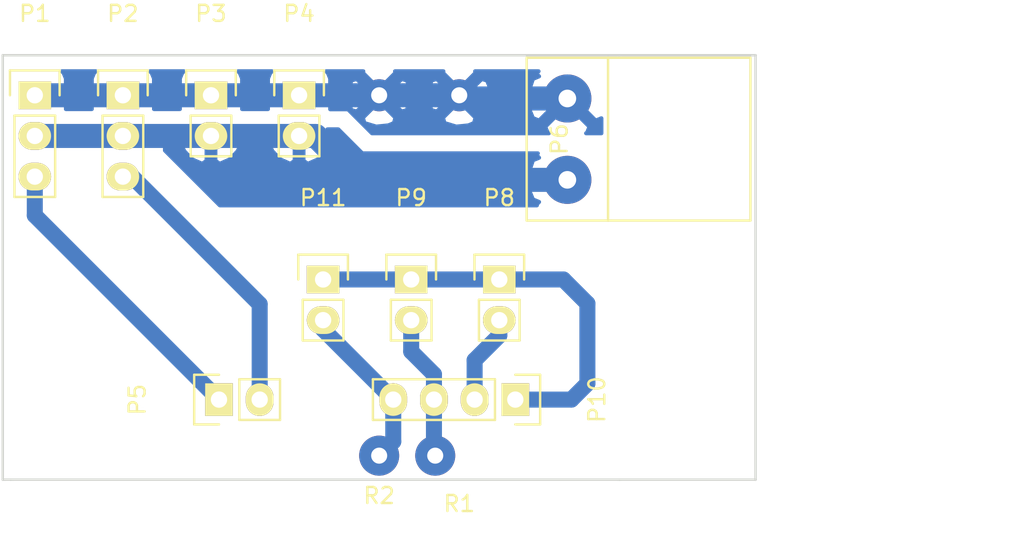
<source format=kicad_pcb>
(kicad_pcb (version 4) (host pcbnew 4.0.4-stable)

  (general
    (links 20)
    (no_connects 0)
    (area 122.752381 69.425 187.936701 104.575)
    (thickness 1.6)
    (drawings 7)
    (tracks 37)
    (zones 0)
    (modules 12)
    (nets 9)
  )

  (page A4)
  (layers
    (0 F.Cu signal)
    (31 B.Cu signal)
    (32 B.Adhes user)
    (33 F.Adhes user)
    (34 B.Paste user)
    (35 F.Paste user)
    (36 B.SilkS user)
    (37 F.SilkS user)
    (38 B.Mask user)
    (39 F.Mask user)
    (40 Dwgs.User user)
    (41 Cmts.User user)
    (42 Eco1.User user)
    (43 Eco2.User user)
    (44 Edge.Cuts user)
    (45 Margin user)
    (46 B.CrtYd user)
    (47 F.CrtYd user)
    (48 B.Fab user)
    (49 F.Fab user)
  )

  (setup
    (last_trace_width 1)
    (trace_clearance 0.7)
    (zone_clearance 0.8)
    (zone_45_only no)
    (trace_min 0.2)
    (segment_width 0.2)
    (edge_width 0.15)
    (via_size 0.6)
    (via_drill 0.4)
    (via_min_size 0.4)
    (via_min_drill 0.3)
    (uvia_size 0.3)
    (uvia_drill 0.1)
    (uvias_allowed no)
    (uvia_min_size 0.2)
    (uvia_min_drill 0.1)
    (pcb_text_width 0.3)
    (pcb_text_size 1.5 1.5)
    (mod_edge_width 0.15)
    (mod_text_size 1 1)
    (mod_text_width 0.15)
    (pad_size 2 2)
    (pad_drill 1.00076)
    (pad_to_mask_clearance 0.2)
    (aux_axis_origin 123.5 100)
    (visible_elements 7FFFFFFF)
    (pcbplotparams
      (layerselection 0x00000_80000000)
      (usegerberextensions false)
      (excludeedgelayer false)
      (linewidth 0.100000)
      (plotframeref false)
      (viasonmask false)
      (mode 1)
      (useauxorigin true)
      (hpglpennumber 1)
      (hpglpenspeed 20)
      (hpglpendiameter 15)
      (hpglpenoverlay 2)
      (psnegative false)
      (psa4output false)
      (plotreference false)
      (plotvalue false)
      (plotinvisibletext false)
      (padsonsilk false)
      (subtractmaskfromsilk false)
      (outputformat 1)
      (mirror false)
      (drillshape 0)
      (scaleselection 1)
      (outputdirectory ""))
  )

  (net 0 "")
  (net 1 "Net-(P1-Pad3)")
  (net 2 "Net-(P2-Pad3)")
  (net 3 /GND)
  (net 4 /5V)
  (net 5 "Net-(P10-Pad1)")
  (net 6 "Net-(P10-Pad2)")
  (net 7 "Net-(P10-Pad3)")
  (net 8 "Net-(P10-Pad4)")

  (net_class Default "Ceci est la Netclass par défaut"
    (clearance 0.7)
    (trace_width 1)
    (via_dia 0.6)
    (via_drill 0.4)
    (uvia_dia 0.3)
    (uvia_drill 0.1)
    (add_net "Net-(P1-Pad3)")
    (add_net "Net-(P10-Pad1)")
    (add_net "Net-(P10-Pad2)")
    (add_net "Net-(P10-Pad3)")
    (add_net "Net-(P10-Pad4)")
    (add_net "Net-(P2-Pad3)")
  )

  (net_class Puissance ""
    (clearance 0.7)
    (trace_width 1.5)
    (via_dia 0.6)
    (via_drill 0.4)
    (uvia_dia 0.3)
    (uvia_drill 0.1)
    (add_net /5V)
    (add_net /GND)
  )

  (module Wire_Connections_Bridges:WireConnection_1.00mmDrill (layer F.Cu) (tedit 586B976D) (tstamp 582EF8E0)
    (at 173 91)
    (descr "WireConnection with 1mm drill")
    (path /582EF7E3)
    (fp_text reference R1 (at -21 10.5) (layer F.SilkS)
      (effects (font (size 1 1) (thickness 0.15)))
    )
    (fp_text value R (at -22.5 10.5) (layer F.Fab)
      (effects (font (size 1 1) (thickness 0.15)))
    )
    (fp_line (start 14.0716 -3.7592) (end 13.8684 -3.6576) (layer Cmts.User) (width 0.381))
    (fp_line (start 13.8684 -3.6576) (end 13.6398 -3.6576) (layer Cmts.User) (width 0.381))
    (fp_line (start 13.6398 -3.6576) (end 13.4366 -3.7592) (layer Cmts.User) (width 0.381))
    (fp_line (start 13.4366 -3.7592) (end 13.3604 -4.1148) (layer Cmts.User) (width 0.381))
    (fp_line (start 13.3604 -4.1148) (end 13.3604 -4.572) (layer Cmts.User) (width 0.381))
    (fp_line (start 13.3604 -4.572) (end 13.462 -4.6482) (layer Cmts.User) (width 0.381))
    (fp_line (start 13.462 -4.6482) (end 13.7668 -4.7244) (layer Cmts.User) (width 0.381))
    (fp_line (start 13.7668 -4.7244) (end 13.9954 -4.6736) (layer Cmts.User) (width 0.381))
    (fp_line (start 13.9954 -4.6736) (end 14.0462 -4.318) (layer Cmts.User) (width 0.381))
    (fp_line (start 14.0462 -4.318) (end 13.4366 -4.191) (layer Cmts.User) (width 0.381))
    (fp_line (start 13.4366 -4.191) (end 13.4366 -4.2418) (layer Cmts.User) (width 0.381))
    (fp_line (start 12.7508 -3.7084) (end 12.4206 -3.7084) (layer Cmts.User) (width 0.381))
    (fp_line (start 12.4206 -3.7084) (end 12.2174 -3.7084) (layer Cmts.User) (width 0.381))
    (fp_line (start 12.2174 -3.7084) (end 12.0396 -3.8608) (layer Cmts.User) (width 0.381))
    (fp_line (start 12.0396 -3.8608) (end 12.0396 -4.2418) (layer Cmts.User) (width 0.381))
    (fp_line (start 12.0396 -4.2418) (end 12.1412 -4.572) (layer Cmts.User) (width 0.381))
    (fp_line (start 12.1412 -4.572) (end 12.2936 -4.6482) (layer Cmts.User) (width 0.381))
    (fp_line (start 12.2936 -4.6482) (end 12.573 -4.6482) (layer Cmts.User) (width 0.381))
    (fp_line (start 12.573 -4.6482) (end 12.7508 -4.572) (layer Cmts.User) (width 0.381))
    (fp_line (start 12.7508 -4.572) (end 12.7762 -4.2672) (layer Cmts.User) (width 0.381))
    (fp_line (start 12.7762 -4.2672) (end 12.1412 -4.2418) (layer Cmts.User) (width 0.381))
    (fp_line (start 11.2268 -4.5212) (end 11.6078 -4.6736) (layer Cmts.User) (width 0.381))
    (fp_line (start 11.6078 -4.6736) (end 11.6332 -4.6736) (layer Cmts.User) (width 0.381))
    (fp_line (start 11.2014 -4.7244) (end 11.2014 -3.6576) (layer Cmts.User) (width 0.381))
    (fp_line (start 9.9822 -4.6736) (end 10.668 -4.7244) (layer Cmts.User) (width 0.381))
    (fp_line (start 10.7188 -5.207) (end 10.541 -5.207) (layer Cmts.User) (width 0.381))
    (fp_line (start 10.541 -5.207) (end 10.3886 -5.08) (layer Cmts.User) (width 0.381))
    (fp_line (start 10.3886 -5.08) (end 10.3378 -3.7084) (layer Cmts.User) (width 0.381))
    (fp_line (start 8.4328 -4.5974) (end 8.3058 -4.6736) (layer Cmts.User) (width 0.381))
    (fp_line (start 8.3058 -4.6736) (end 8.0264 -4.6736) (layer Cmts.User) (width 0.381))
    (fp_line (start 8.0264 -4.6736) (end 7.874 -4.445) (layer Cmts.User) (width 0.381))
    (fp_line (start 7.874 -4.445) (end 7.8994 -4.2672) (layer Cmts.User) (width 0.381))
    (fp_line (start 7.8994 -4.2672) (end 8.1788 -4.191) (layer Cmts.User) (width 0.381))
    (fp_line (start 8.1788 -4.191) (end 8.4328 -4.1148) (layer Cmts.User) (width 0.381))
    (fp_line (start 8.4328 -4.1148) (end 8.4836 -3.8354) (layer Cmts.User) (width 0.381))
    (fp_line (start 8.4836 -3.8354) (end 8.2804 -3.6576) (layer Cmts.User) (width 0.381))
    (fp_line (start 8.2804 -3.6576) (end 7.8994 -3.7084) (layer Cmts.User) (width 0.381))
    (fp_line (start 7.1628 -3.6576) (end 6.8072 -3.7592) (layer Cmts.User) (width 0.381))
    (fp_line (start 6.8072 -3.7592) (end 6.604 -3.8354) (layer Cmts.User) (width 0.381))
    (fp_line (start 6.604 -3.8354) (end 6.477 -4.1656) (layer Cmts.User) (width 0.381))
    (fp_line (start 6.477 -4.1656) (end 6.477 -4.4704) (layer Cmts.User) (width 0.381))
    (fp_line (start 6.477 -4.4704) (end 6.6802 -4.6736) (layer Cmts.User) (width 0.381))
    (fp_line (start 6.6802 -4.6736) (end 7.0104 -4.7244) (layer Cmts.User) (width 0.381))
    (fp_line (start 7.2136 -5.207) (end 7.2136 -3.6576) (layer Cmts.User) (width 0.381))
    (fp_line (start 5.715 -3.6576) (end 5.2578 -3.7084) (layer Cmts.User) (width 0.381))
    (fp_line (start 5.2578 -3.7084) (end 5.1054 -3.9116) (layer Cmts.User) (width 0.381))
    (fp_line (start 5.1054 -3.9116) (end 5.1308 -4.191) (layer Cmts.User) (width 0.381))
    (fp_line (start 5.1308 -4.191) (end 5.842 -4.2418) (layer Cmts.User) (width 0.381))
    (fp_line (start 5.1054 -4.572) (end 5.3848 -4.7244) (layer Cmts.User) (width 0.381))
    (fp_line (start 5.3848 -4.7244) (end 5.6388 -4.6482) (layer Cmts.User) (width 0.381))
    (fp_line (start 5.6388 -4.6482) (end 5.7912 -4.4704) (layer Cmts.User) (width 0.381))
    (fp_line (start 5.7912 -4.4704) (end 5.842 -3.6322) (layer Cmts.User) (width 0.381))
    (fp_line (start 3.6068 -3.6576) (end 3.6322 -5.2578) (layer Cmts.User) (width 0.381))
    (fp_line (start 3.6322 -5.2578) (end 4.0894 -5.2578) (layer Cmts.User) (width 0.381))
    (fp_line (start 4.0894 -5.2578) (end 4.3688 -5.1308) (layer Cmts.User) (width 0.381))
    (fp_line (start 4.3688 -5.1308) (end 4.4958 -4.8768) (layer Cmts.User) (width 0.381))
    (fp_line (start 4.4958 -4.8768) (end 4.4958 -4.5974) (layer Cmts.User) (width 0.381))
    (fp_line (start 4.4958 -4.5974) (end 4.3688 -4.3942) (layer Cmts.User) (width 0.381))
    (fp_line (start 4.3688 -4.3942) (end 4.0894 -4.445) (layer Cmts.User) (width 0.381))
    (fp_line (start 4.0894 -4.445) (end 3.6322 -4.445) (layer Cmts.User) (width 0.381))
    (fp_line (start 1.778 -3.7592) (end 1.524 -3.6576) (layer Cmts.User) (width 0.381))
    (fp_line (start 1.524 -3.6576) (end 1.27 -3.7592) (layer Cmts.User) (width 0.381))
    (fp_line (start 1.27 -3.7592) (end 1.1176 -3.9116) (layer Cmts.User) (width 0.381))
    (fp_line (start 1.1176 -3.9116) (end 1.0414 -4.318) (layer Cmts.User) (width 0.381))
    (fp_line (start 1.0414 -4.318) (end 1.1684 -4.572) (layer Cmts.User) (width 0.381))
    (fp_line (start 1.1684 -4.572) (end 1.3716 -4.6736) (layer Cmts.User) (width 0.381))
    (fp_line (start 1.3716 -4.6736) (end 1.651 -4.6482) (layer Cmts.User) (width 0.381))
    (fp_line (start 1.651 -4.6482) (end 1.8034 -4.5212) (layer Cmts.User) (width 0.381))
    (fp_line (start 1.8034 -4.5212) (end 1.8034 -4.318) (layer Cmts.User) (width 0.381))
    (fp_line (start 1.8034 -4.318) (end 1.1684 -4.2418) (layer Cmts.User) (width 0.381))
    (fp_line (start -0.1524 -4.7244) (end 0.3048 -3.6576) (layer Cmts.User) (width 0.381))
    (fp_line (start 0.3048 -3.6576) (end 0.5842 -4.6736) (layer Cmts.User) (width 0.381))
    (fp_line (start 0.5842 -4.6736) (end 0.5588 -4.6736) (layer Cmts.User) (width 0.381))
    (fp_line (start -1.4732 -4.3942) (end -1.4732 -3.9116) (layer Cmts.User) (width 0.381))
    (fp_line (start -1.4732 -3.9116) (end -1.27 -3.7084) (layer Cmts.User) (width 0.381))
    (fp_line (start -1.27 -3.7084) (end -1.0414 -3.6576) (layer Cmts.User) (width 0.381))
    (fp_line (start -1.0414 -3.6576) (end -0.762 -3.7846) (layer Cmts.User) (width 0.381))
    (fp_line (start -0.762 -3.7846) (end -0.6604 -3.9878) (layer Cmts.User) (width 0.381))
    (fp_line (start -0.6604 -3.9878) (end -0.6604 -4.445) (layer Cmts.User) (width 0.381))
    (fp_line (start -0.6604 -4.445) (end -0.8382 -4.6482) (layer Cmts.User) (width 0.381))
    (fp_line (start -0.8382 -4.6482) (end -1.1176 -4.7244) (layer Cmts.User) (width 0.381))
    (fp_line (start -1.1176 -4.7244) (end -1.4478 -4.4704) (layer Cmts.User) (width 0.381))
    (fp_line (start -3.0988 -3.6322) (end -3.0988 -5.2578) (layer Cmts.User) (width 0.381))
    (fp_line (start -3.0988 -5.2578) (end -2.6162 -4.1148) (layer Cmts.User) (width 0.381))
    (fp_line (start -2.6162 -4.1148) (end -2.1336 -5.1816) (layer Cmts.User) (width 0.381))
    (fp_line (start -2.1336 -5.1816) (end -2.1336 -3.6322) (layer Cmts.User) (width 0.381))
    (pad 1 thru_hole circle (at -26 -15) (size 2 2) (drill 1.00076) (layers *.Cu *.Mask)
      (net 3 /GND))
    (pad 2 thru_hole circle (at -26 7.5) (size 2.49936 2.49936) (drill 1.00076) (layers *.Cu *.Mask)
      (net 8 "Net-(P10-Pad4)"))
  )

  (module Pin_Headers:Pin_Header_Straight_1x02 (layer F.Cu) (tedit 581AF73B) (tstamp 581AF682)
    (at 143.5 87.5)
    (descr "Through hole pin header")
    (tags "pin header")
    (path /581AF215)
    (fp_text reference P11 (at 0 -5.1) (layer F.SilkS)
      (effects (font (size 1 1) (thickness 0.15)))
    )
    (fp_text value AN2 (at 0 -3.1) (layer F.Fab)
      (effects (font (size 1 1) (thickness 0.15)))
    )
    (fp_line (start 1.27 1.27) (end 1.27 3.81) (layer F.SilkS) (width 0.15))
    (fp_line (start 1.55 -1.55) (end 1.55 0) (layer F.SilkS) (width 0.15))
    (fp_line (start -1.75 -1.75) (end -1.75 4.3) (layer F.CrtYd) (width 0.05))
    (fp_line (start 1.75 -1.75) (end 1.75 4.3) (layer F.CrtYd) (width 0.05))
    (fp_line (start -1.75 -1.75) (end 1.75 -1.75) (layer F.CrtYd) (width 0.05))
    (fp_line (start -1.75 4.3) (end 1.75 4.3) (layer F.CrtYd) (width 0.05))
    (fp_line (start 1.27 1.27) (end -1.27 1.27) (layer F.SilkS) (width 0.15))
    (fp_line (start -1.55 0) (end -1.55 -1.55) (layer F.SilkS) (width 0.15))
    (fp_line (start -1.55 -1.55) (end 1.55 -1.55) (layer F.SilkS) (width 0.15))
    (fp_line (start -1.27 1.27) (end -1.27 3.81) (layer F.SilkS) (width 0.15))
    (fp_line (start -1.27 3.81) (end 1.27 3.81) (layer F.SilkS) (width 0.15))
    (pad 1 thru_hole rect (at 0 0) (size 2.032 1.7272) (drill 1.016) (layers *.Cu *.Mask F.SilkS)
      (net 5 "Net-(P10-Pad1)"))
    (pad 2 thru_hole oval (at 0 2.54) (size 2.032 1.7272) (drill 1.016) (layers *.Cu *.Mask F.SilkS)
      (net 8 "Net-(P10-Pad4)"))
    (model Pin_Headers.3dshapes/Pin_Header_Straight_1x02.wrl
      (at (xyz 0 -0.05 0))
      (scale (xyz 1 1 1))
      (rotate (xyz 0 0 90))
    )
  )

  (module Pin_Headers:Pin_Header_Straight_1x02 (layer F.Cu) (tedit 581AF6AD) (tstamp 581A143A)
    (at 136.5 76)
    (descr "Through hole pin header")
    (tags "pin header")
    (path /581A1274)
    (fp_text reference P3 (at 0 -5.1) (layer F.SilkS)
      (effects (font (size 1 1) (thickness 0.15)))
    )
    (fp_text value LED (at 0 -3.1) (layer F.Fab)
      (effects (font (size 1 1) (thickness 0.15)))
    )
    (fp_line (start 1.27 1.27) (end 1.27 3.81) (layer F.SilkS) (width 0.15))
    (fp_line (start 1.55 -1.55) (end 1.55 0) (layer F.SilkS) (width 0.15))
    (fp_line (start -1.75 -1.75) (end -1.75 4.3) (layer F.CrtYd) (width 0.05))
    (fp_line (start 1.75 -1.75) (end 1.75 4.3) (layer F.CrtYd) (width 0.05))
    (fp_line (start -1.75 -1.75) (end 1.75 -1.75) (layer F.CrtYd) (width 0.05))
    (fp_line (start -1.75 4.3) (end 1.75 4.3) (layer F.CrtYd) (width 0.05))
    (fp_line (start 1.27 1.27) (end -1.27 1.27) (layer F.SilkS) (width 0.15))
    (fp_line (start -1.55 0) (end -1.55 -1.55) (layer F.SilkS) (width 0.15))
    (fp_line (start -1.55 -1.55) (end 1.55 -1.55) (layer F.SilkS) (width 0.15))
    (fp_line (start -1.27 1.27) (end -1.27 3.81) (layer F.SilkS) (width 0.15))
    (fp_line (start -1.27 3.81) (end 1.27 3.81) (layer F.SilkS) (width 0.15))
    (pad 1 thru_hole rect (at 0 0) (size 2.032 1.7272) (drill 1.016) (layers *.Cu *.Mask F.SilkS)
      (net 3 /GND))
    (pad 2 thru_hole oval (at 0 2.54) (size 2.032 1.7272) (drill 1.016) (layers *.Cu *.Mask F.SilkS)
      (net 4 /5V))
    (model Pin_Headers.3dshapes/Pin_Header_Straight_1x02.wrl
      (at (xyz 0 -0.05 0))
      (scale (xyz 1 1 1))
      (rotate (xyz 0 0 90))
    )
  )

  (module Pin_Headers:Pin_Header_Straight_1x03 (layer F.Cu) (tedit 0) (tstamp 581A142D)
    (at 125.5 76)
    (descr "Through hole pin header")
    (tags "pin header")
    (path /581A12AF)
    (fp_text reference P1 (at 0 -5.1) (layer F.SilkS)
      (effects (font (size 1 1) (thickness 0.15)))
    )
    (fp_text value Servo (at 0 -3.1) (layer F.Fab)
      (effects (font (size 1 1) (thickness 0.15)))
    )
    (fp_line (start -1.75 -1.75) (end -1.75 6.85) (layer F.CrtYd) (width 0.05))
    (fp_line (start 1.75 -1.75) (end 1.75 6.85) (layer F.CrtYd) (width 0.05))
    (fp_line (start -1.75 -1.75) (end 1.75 -1.75) (layer F.CrtYd) (width 0.05))
    (fp_line (start -1.75 6.85) (end 1.75 6.85) (layer F.CrtYd) (width 0.05))
    (fp_line (start -1.27 1.27) (end -1.27 6.35) (layer F.SilkS) (width 0.15))
    (fp_line (start -1.27 6.35) (end 1.27 6.35) (layer F.SilkS) (width 0.15))
    (fp_line (start 1.27 6.35) (end 1.27 1.27) (layer F.SilkS) (width 0.15))
    (fp_line (start 1.55 -1.55) (end 1.55 0) (layer F.SilkS) (width 0.15))
    (fp_line (start 1.27 1.27) (end -1.27 1.27) (layer F.SilkS) (width 0.15))
    (fp_line (start -1.55 0) (end -1.55 -1.55) (layer F.SilkS) (width 0.15))
    (fp_line (start -1.55 -1.55) (end 1.55 -1.55) (layer F.SilkS) (width 0.15))
    (pad 1 thru_hole rect (at 0 0) (size 2.032 1.7272) (drill 1.016) (layers *.Cu *.Mask F.SilkS)
      (net 3 /GND))
    (pad 2 thru_hole oval (at 0 2.54) (size 2.032 1.7272) (drill 1.016) (layers *.Cu *.Mask F.SilkS)
      (net 4 /5V))
    (pad 3 thru_hole oval (at 0 5.08) (size 2.032 1.7272) (drill 1.016) (layers *.Cu *.Mask F.SilkS)
      (net 1 "Net-(P1-Pad3)"))
    (model Pin_Headers.3dshapes/Pin_Header_Straight_1x03.wrl
      (at (xyz 0 -0.1 0))
      (scale (xyz 1 1 1))
      (rotate (xyz 0 0 90))
    )
  )

  (module Pin_Headers:Pin_Header_Straight_1x03 (layer F.Cu) (tedit 581AF2CB) (tstamp 581A1434)
    (at 131 76)
    (descr "Through hole pin header")
    (tags "pin header")
    (path /581A12FA)
    (fp_text reference P2 (at 0 -5.1) (layer F.SilkS)
      (effects (font (size 1 1) (thickness 0.15)))
    )
    (fp_text value Yeux (at 0 -3.1) (layer F.Fab)
      (effects (font (size 1 1) (thickness 0.15)))
    )
    (fp_line (start -1.75 -1.75) (end -1.75 6.85) (layer F.CrtYd) (width 0.05))
    (fp_line (start 1.75 -1.75) (end 1.75 6.85) (layer F.CrtYd) (width 0.05))
    (fp_line (start -1.75 -1.75) (end 1.75 -1.75) (layer F.CrtYd) (width 0.05))
    (fp_line (start -1.75 6.85) (end 1.75 6.85) (layer F.CrtYd) (width 0.05))
    (fp_line (start -1.27 1.27) (end -1.27 6.35) (layer F.SilkS) (width 0.15))
    (fp_line (start -1.27 6.35) (end 1.27 6.35) (layer F.SilkS) (width 0.15))
    (fp_line (start 1.27 6.35) (end 1.27 1.27) (layer F.SilkS) (width 0.15))
    (fp_line (start 1.55 -1.55) (end 1.55 0) (layer F.SilkS) (width 0.15))
    (fp_line (start 1.27 1.27) (end -1.27 1.27) (layer F.SilkS) (width 0.15))
    (fp_line (start -1.55 0) (end -1.55 -1.55) (layer F.SilkS) (width 0.15))
    (fp_line (start -1.55 -1.55) (end 1.55 -1.55) (layer F.SilkS) (width 0.15))
    (pad 1 thru_hole rect (at 0 0) (size 2.032 1.7272) (drill 1.016) (layers *.Cu *.Mask F.SilkS)
      (net 3 /GND))
    (pad 2 thru_hole oval (at 0 2.54) (size 2.032 1.7272) (drill 1.016) (layers *.Cu *.Mask F.SilkS)
      (net 4 /5V))
    (pad 3 thru_hole oval (at 0 5.08) (size 2.032 1.7272) (drill 1.016) (layers *.Cu *.Mask F.SilkS)
      (net 2 "Net-(P2-Pad3)"))
    (model Pin_Headers.3dshapes/Pin_Header_Straight_1x03.wrl
      (at (xyz 0 -0.1 0))
      (scale (xyz 1 1 1))
      (rotate (xyz 0 0 90))
    )
  )

  (module Pin_Headers:Pin_Header_Straight_1x02 (layer F.Cu) (tedit 54EA090C) (tstamp 581A1440)
    (at 142 76)
    (descr "Through hole pin header")
    (tags "pin header")
    (path /581A1378)
    (fp_text reference P4 (at 0 -5.1) (layer F.SilkS)
      (effects (font (size 1 1) (thickness 0.15)))
    )
    (fp_text value HUB (at 0 -3.1) (layer F.Fab)
      (effects (font (size 1 1) (thickness 0.15)))
    )
    (fp_line (start 1.27 1.27) (end 1.27 3.81) (layer F.SilkS) (width 0.15))
    (fp_line (start 1.55 -1.55) (end 1.55 0) (layer F.SilkS) (width 0.15))
    (fp_line (start -1.75 -1.75) (end -1.75 4.3) (layer F.CrtYd) (width 0.05))
    (fp_line (start 1.75 -1.75) (end 1.75 4.3) (layer F.CrtYd) (width 0.05))
    (fp_line (start -1.75 -1.75) (end 1.75 -1.75) (layer F.CrtYd) (width 0.05))
    (fp_line (start -1.75 4.3) (end 1.75 4.3) (layer F.CrtYd) (width 0.05))
    (fp_line (start 1.27 1.27) (end -1.27 1.27) (layer F.SilkS) (width 0.15))
    (fp_line (start -1.55 0) (end -1.55 -1.55) (layer F.SilkS) (width 0.15))
    (fp_line (start -1.55 -1.55) (end 1.55 -1.55) (layer F.SilkS) (width 0.15))
    (fp_line (start -1.27 1.27) (end -1.27 3.81) (layer F.SilkS) (width 0.15))
    (fp_line (start -1.27 3.81) (end 1.27 3.81) (layer F.SilkS) (width 0.15))
    (pad 1 thru_hole rect (at 0 0) (size 2.032 1.7272) (drill 1.016) (layers *.Cu *.Mask F.SilkS)
      (net 3 /GND))
    (pad 2 thru_hole oval (at 0 2.54) (size 2.032 1.7272) (drill 1.016) (layers *.Cu *.Mask F.SilkS)
      (net 4 /5V))
    (model Pin_Headers.3dshapes/Pin_Header_Straight_1x02.wrl
      (at (xyz 0 -0.05 0))
      (scale (xyz 1 1 1))
      (rotate (xyz 0 0 90))
    )
  )

  (module robair:Bornier5mm (layer F.Cu) (tedit 581AF394) (tstamp 581A144C)
    (at 158.75 78.74 270)
    (path /581A13A0)
    (fp_text reference P6 (at 0 0.5 270) (layer F.SilkS)
      (effects (font (size 1 1) (thickness 0.15)))
    )
    (fp_text value 5V (at 0 -0.5 270) (layer F.Fab)
      (effects (font (size 1 1) (thickness 0.15)))
    )
    (fp_line (start -5.08 -11.43) (end 5.08 -11.43) (layer F.SilkS) (width 0.15))
    (fp_line (start 5.08 -11.43) (end 5.08 -2.54) (layer F.SilkS) (width 0.15))
    (fp_line (start -5.08 -11.43) (end -5.08 -2.54) (layer F.SilkS) (width 0.15))
    (fp_line (start -5.08 -2.54) (end -5.08 2.54) (layer F.SilkS) (width 0.15))
    (fp_line (start -5.08 2.54) (end 5.08 2.54) (layer F.SilkS) (width 0.15))
    (fp_line (start 5.08 2.54) (end 5.08 -2.54) (layer F.SilkS) (width 0.15))
    (fp_line (start 5.08 -2.54) (end -5.08 -2.54) (layer F.SilkS) (width 0.15))
    (pad 1 thru_hole circle (at -2.54 0 270) (size 3 3) (drill 1.1) (layers *.Cu *.Mask)
      (net 3 /GND))
    (pad 2 thru_hole circle (at 2.54 0 270) (size 3 3) (drill 1.1) (layers *.Cu *.Mask)
      (net 4 /5V))
  )

  (module Pin_Headers:Pin_Header_Straight_1x02 (layer F.Cu) (tedit 54EA090C) (tstamp 581AF662)
    (at 137 95 90)
    (descr "Through hole pin header")
    (tags "pin header")
    (path /581A14B9)
    (fp_text reference P5 (at 0 -5.1 90) (layer F.SilkS)
      (effects (font (size 1 1) (thickness 0.15)))
    )
    (fp_text value data (at 0 -3.1 90) (layer F.Fab)
      (effects (font (size 1 1) (thickness 0.15)))
    )
    (fp_line (start 1.27 1.27) (end 1.27 3.81) (layer F.SilkS) (width 0.15))
    (fp_line (start 1.55 -1.55) (end 1.55 0) (layer F.SilkS) (width 0.15))
    (fp_line (start -1.75 -1.75) (end -1.75 4.3) (layer F.CrtYd) (width 0.05))
    (fp_line (start 1.75 -1.75) (end 1.75 4.3) (layer F.CrtYd) (width 0.05))
    (fp_line (start -1.75 -1.75) (end 1.75 -1.75) (layer F.CrtYd) (width 0.05))
    (fp_line (start -1.75 4.3) (end 1.75 4.3) (layer F.CrtYd) (width 0.05))
    (fp_line (start 1.27 1.27) (end -1.27 1.27) (layer F.SilkS) (width 0.15))
    (fp_line (start -1.55 0) (end -1.55 -1.55) (layer F.SilkS) (width 0.15))
    (fp_line (start -1.55 -1.55) (end 1.55 -1.55) (layer F.SilkS) (width 0.15))
    (fp_line (start -1.27 1.27) (end -1.27 3.81) (layer F.SilkS) (width 0.15))
    (fp_line (start -1.27 3.81) (end 1.27 3.81) (layer F.SilkS) (width 0.15))
    (pad 1 thru_hole rect (at 0 0 90) (size 2.032 1.7272) (drill 1.016) (layers *.Cu *.Mask F.SilkS)
      (net 1 "Net-(P1-Pad3)"))
    (pad 2 thru_hole oval (at 0 2.54 90) (size 2.032 1.7272) (drill 1.016) (layers *.Cu *.Mask F.SilkS)
      (net 2 "Net-(P2-Pad3)"))
    (model Pin_Headers.3dshapes/Pin_Header_Straight_1x02.wrl
      (at (xyz 0 -0.05 0))
      (scale (xyz 1 1 1))
      (rotate (xyz 0 0 90))
    )
  )

  (module Pin_Headers:Pin_Header_Straight_1x02 (layer F.Cu) (tedit 54EA090C) (tstamp 581AF66E)
    (at 154.5 87.5)
    (descr "Through hole pin header")
    (tags "pin header")
    (path /581AF6D0)
    (fp_text reference P8 (at 0 -5.1) (layer F.SilkS)
      (effects (font (size 1 1) (thickness 0.15)))
    )
    (fp_text value ARU (at 0 -3.1) (layer F.Fab)
      (effects (font (size 1 1) (thickness 0.15)))
    )
    (fp_line (start 1.27 1.27) (end 1.27 3.81) (layer F.SilkS) (width 0.15))
    (fp_line (start 1.55 -1.55) (end 1.55 0) (layer F.SilkS) (width 0.15))
    (fp_line (start -1.75 -1.75) (end -1.75 4.3) (layer F.CrtYd) (width 0.05))
    (fp_line (start 1.75 -1.75) (end 1.75 4.3) (layer F.CrtYd) (width 0.05))
    (fp_line (start -1.75 -1.75) (end 1.75 -1.75) (layer F.CrtYd) (width 0.05))
    (fp_line (start -1.75 4.3) (end 1.75 4.3) (layer F.CrtYd) (width 0.05))
    (fp_line (start 1.27 1.27) (end -1.27 1.27) (layer F.SilkS) (width 0.15))
    (fp_line (start -1.55 0) (end -1.55 -1.55) (layer F.SilkS) (width 0.15))
    (fp_line (start -1.55 -1.55) (end 1.55 -1.55) (layer F.SilkS) (width 0.15))
    (fp_line (start -1.27 1.27) (end -1.27 3.81) (layer F.SilkS) (width 0.15))
    (fp_line (start -1.27 3.81) (end 1.27 3.81) (layer F.SilkS) (width 0.15))
    (pad 1 thru_hole rect (at 0 0) (size 2.032 1.7272) (drill 1.016) (layers *.Cu *.Mask F.SilkS)
      (net 5 "Net-(P10-Pad1)"))
    (pad 2 thru_hole oval (at 0 2.54) (size 2.032 1.7272) (drill 1.016) (layers *.Cu *.Mask F.SilkS)
      (net 6 "Net-(P10-Pad2)"))
    (model Pin_Headers.3dshapes/Pin_Header_Straight_1x02.wrl
      (at (xyz 0 -0.05 0))
      (scale (xyz 1 1 1))
      (rotate (xyz 0 0 90))
    )
  )

  (module Pin_Headers:Pin_Header_Straight_1x02 (layer F.Cu) (tedit 54EA090C) (tstamp 581AF674)
    (at 149 87.5)
    (descr "Through hole pin header")
    (tags "pin header")
    (path /581AF69C)
    (fp_text reference P9 (at 0 -5.1) (layer F.SilkS)
      (effects (font (size 1 1) (thickness 0.15)))
    )
    (fp_text value AN1 (at 0 -3.1) (layer F.Fab)
      (effects (font (size 1 1) (thickness 0.15)))
    )
    (fp_line (start 1.27 1.27) (end 1.27 3.81) (layer F.SilkS) (width 0.15))
    (fp_line (start 1.55 -1.55) (end 1.55 0) (layer F.SilkS) (width 0.15))
    (fp_line (start -1.75 -1.75) (end -1.75 4.3) (layer F.CrtYd) (width 0.05))
    (fp_line (start 1.75 -1.75) (end 1.75 4.3) (layer F.CrtYd) (width 0.05))
    (fp_line (start -1.75 -1.75) (end 1.75 -1.75) (layer F.CrtYd) (width 0.05))
    (fp_line (start -1.75 4.3) (end 1.75 4.3) (layer F.CrtYd) (width 0.05))
    (fp_line (start 1.27 1.27) (end -1.27 1.27) (layer F.SilkS) (width 0.15))
    (fp_line (start -1.55 0) (end -1.55 -1.55) (layer F.SilkS) (width 0.15))
    (fp_line (start -1.55 -1.55) (end 1.55 -1.55) (layer F.SilkS) (width 0.15))
    (fp_line (start -1.27 1.27) (end -1.27 3.81) (layer F.SilkS) (width 0.15))
    (fp_line (start -1.27 3.81) (end 1.27 3.81) (layer F.SilkS) (width 0.15))
    (pad 1 thru_hole rect (at 0 0) (size 2.032 1.7272) (drill 1.016) (layers *.Cu *.Mask F.SilkS)
      (net 5 "Net-(P10-Pad1)"))
    (pad 2 thru_hole oval (at 0 2.54) (size 2.032 1.7272) (drill 1.016) (layers *.Cu *.Mask F.SilkS)
      (net 7 "Net-(P10-Pad3)"))
    (model Pin_Headers.3dshapes/Pin_Header_Straight_1x02.wrl
      (at (xyz 0 -0.05 0))
      (scale (xyz 1 1 1))
      (rotate (xyz 0 0 90))
    )
  )

  (module Pin_Headers:Pin_Header_Straight_1x04 (layer F.Cu) (tedit 0) (tstamp 581AF67C)
    (at 155.5 95 270)
    (descr "Through hole pin header")
    (tags "pin header")
    (path /581AF810)
    (fp_text reference P10 (at 0 -5.1 270) (layer F.SilkS)
      (effects (font (size 1 1) (thickness 0.15)))
    )
    (fp_text value Analog (at 0 -3.1 270) (layer F.Fab)
      (effects (font (size 1 1) (thickness 0.15)))
    )
    (fp_line (start -1.75 -1.75) (end -1.75 9.4) (layer F.CrtYd) (width 0.05))
    (fp_line (start 1.75 -1.75) (end 1.75 9.4) (layer F.CrtYd) (width 0.05))
    (fp_line (start -1.75 -1.75) (end 1.75 -1.75) (layer F.CrtYd) (width 0.05))
    (fp_line (start -1.75 9.4) (end 1.75 9.4) (layer F.CrtYd) (width 0.05))
    (fp_line (start -1.27 1.27) (end -1.27 8.89) (layer F.SilkS) (width 0.15))
    (fp_line (start 1.27 1.27) (end 1.27 8.89) (layer F.SilkS) (width 0.15))
    (fp_line (start 1.55 -1.55) (end 1.55 0) (layer F.SilkS) (width 0.15))
    (fp_line (start -1.27 8.89) (end 1.27 8.89) (layer F.SilkS) (width 0.15))
    (fp_line (start 1.27 1.27) (end -1.27 1.27) (layer F.SilkS) (width 0.15))
    (fp_line (start -1.55 0) (end -1.55 -1.55) (layer F.SilkS) (width 0.15))
    (fp_line (start -1.55 -1.55) (end 1.55 -1.55) (layer F.SilkS) (width 0.15))
    (pad 1 thru_hole rect (at 0 0 270) (size 2.032 1.7272) (drill 1.016) (layers *.Cu *.Mask F.SilkS)
      (net 5 "Net-(P10-Pad1)"))
    (pad 2 thru_hole oval (at 0 2.54 270) (size 2.032 1.7272) (drill 1.016) (layers *.Cu *.Mask F.SilkS)
      (net 6 "Net-(P10-Pad2)"))
    (pad 3 thru_hole oval (at 0 5.08 270) (size 2.032 1.7272) (drill 1.016) (layers *.Cu *.Mask F.SilkS)
      (net 7 "Net-(P10-Pad3)"))
    (pad 4 thru_hole oval (at 0 7.62 270) (size 2.032 1.7272) (drill 1.016) (layers *.Cu *.Mask F.SilkS)
      (net 8 "Net-(P10-Pad4)"))
    (model Pin_Headers.3dshapes/Pin_Header_Straight_1x04.wrl
      (at (xyz 0 -0.15 0))
      (scale (xyz 1 1 1))
      (rotate (xyz 0 0 90))
    )
  )

  (module Wire_Connections_Bridges:WireConnection_1.00mmDrill (layer F.Cu) (tedit 586B9774) (tstamp 582EF8E6)
    (at 135.5 100)
    (descr "WireConnection with 1mm drill")
    (path /582EF867)
    (fp_text reference R2 (at 11.5 1) (layer F.SilkS)
      (effects (font (size 1 1) (thickness 0.15)))
    )
    (fp_text value R (at 11.5 3) (layer F.Fab)
      (effects (font (size 1 1) (thickness 0.15)))
    )
    (fp_line (start 14.0716 -3.7592) (end 13.8684 -3.6576) (layer Cmts.User) (width 0.381))
    (fp_line (start 13.8684 -3.6576) (end 13.6398 -3.6576) (layer Cmts.User) (width 0.381))
    (fp_line (start 13.6398 -3.6576) (end 13.4366 -3.7592) (layer Cmts.User) (width 0.381))
    (fp_line (start 13.4366 -3.7592) (end 13.3604 -4.1148) (layer Cmts.User) (width 0.381))
    (fp_line (start 13.3604 -4.1148) (end 13.3604 -4.572) (layer Cmts.User) (width 0.381))
    (fp_line (start 13.3604 -4.572) (end 13.462 -4.6482) (layer Cmts.User) (width 0.381))
    (fp_line (start 13.462 -4.6482) (end 13.7668 -4.7244) (layer Cmts.User) (width 0.381))
    (fp_line (start 13.7668 -4.7244) (end 13.9954 -4.6736) (layer Cmts.User) (width 0.381))
    (fp_line (start 13.9954 -4.6736) (end 14.0462 -4.318) (layer Cmts.User) (width 0.381))
    (fp_line (start 14.0462 -4.318) (end 13.4366 -4.191) (layer Cmts.User) (width 0.381))
    (fp_line (start 13.4366 -4.191) (end 13.4366 -4.2418) (layer Cmts.User) (width 0.381))
    (fp_line (start 12.7508 -3.7084) (end 12.4206 -3.7084) (layer Cmts.User) (width 0.381))
    (fp_line (start 12.4206 -3.7084) (end 12.2174 -3.7084) (layer Cmts.User) (width 0.381))
    (fp_line (start 12.2174 -3.7084) (end 12.0396 -3.8608) (layer Cmts.User) (width 0.381))
    (fp_line (start 12.0396 -3.8608) (end 12.0396 -4.2418) (layer Cmts.User) (width 0.381))
    (fp_line (start 12.0396 -4.2418) (end 12.1412 -4.572) (layer Cmts.User) (width 0.381))
    (fp_line (start 12.1412 -4.572) (end 12.2936 -4.6482) (layer Cmts.User) (width 0.381))
    (fp_line (start 12.2936 -4.6482) (end 12.573 -4.6482) (layer Cmts.User) (width 0.381))
    (fp_line (start 12.573 -4.6482) (end 12.7508 -4.572) (layer Cmts.User) (width 0.381))
    (fp_line (start 12.7508 -4.572) (end 12.7762 -4.2672) (layer Cmts.User) (width 0.381))
    (fp_line (start 12.7762 -4.2672) (end 12.1412 -4.2418) (layer Cmts.User) (width 0.381))
    (fp_line (start 11.2268 -4.5212) (end 11.6078 -4.6736) (layer Cmts.User) (width 0.381))
    (fp_line (start 11.6078 -4.6736) (end 11.6332 -4.6736) (layer Cmts.User) (width 0.381))
    (fp_line (start 11.2014 -4.7244) (end 11.2014 -3.6576) (layer Cmts.User) (width 0.381))
    (fp_line (start 9.9822 -4.6736) (end 10.668 -4.7244) (layer Cmts.User) (width 0.381))
    (fp_line (start 10.7188 -5.207) (end 10.541 -5.207) (layer Cmts.User) (width 0.381))
    (fp_line (start 10.541 -5.207) (end 10.3886 -5.08) (layer Cmts.User) (width 0.381))
    (fp_line (start 10.3886 -5.08) (end 10.3378 -3.7084) (layer Cmts.User) (width 0.381))
    (fp_line (start 8.4328 -4.5974) (end 8.3058 -4.6736) (layer Cmts.User) (width 0.381))
    (fp_line (start 8.3058 -4.6736) (end 8.0264 -4.6736) (layer Cmts.User) (width 0.381))
    (fp_line (start 8.0264 -4.6736) (end 7.874 -4.445) (layer Cmts.User) (width 0.381))
    (fp_line (start 7.874 -4.445) (end 7.8994 -4.2672) (layer Cmts.User) (width 0.381))
    (fp_line (start 7.8994 -4.2672) (end 8.1788 -4.191) (layer Cmts.User) (width 0.381))
    (fp_line (start 8.1788 -4.191) (end 8.4328 -4.1148) (layer Cmts.User) (width 0.381))
    (fp_line (start 8.4328 -4.1148) (end 8.4836 -3.8354) (layer Cmts.User) (width 0.381))
    (fp_line (start 8.4836 -3.8354) (end 8.2804 -3.6576) (layer Cmts.User) (width 0.381))
    (fp_line (start 8.2804 -3.6576) (end 7.8994 -3.7084) (layer Cmts.User) (width 0.381))
    (fp_line (start 7.1628 -3.6576) (end 6.8072 -3.7592) (layer Cmts.User) (width 0.381))
    (fp_line (start 6.8072 -3.7592) (end 6.604 -3.8354) (layer Cmts.User) (width 0.381))
    (fp_line (start 6.604 -3.8354) (end 6.477 -4.1656) (layer Cmts.User) (width 0.381))
    (fp_line (start 6.477 -4.1656) (end 6.477 -4.4704) (layer Cmts.User) (width 0.381))
    (fp_line (start 6.477 -4.4704) (end 6.6802 -4.6736) (layer Cmts.User) (width 0.381))
    (fp_line (start 6.6802 -4.6736) (end 7.0104 -4.7244) (layer Cmts.User) (width 0.381))
    (fp_line (start 7.2136 -5.207) (end 7.2136 -3.6576) (layer Cmts.User) (width 0.381))
    (fp_line (start 5.715 -3.6576) (end 5.2578 -3.7084) (layer Cmts.User) (width 0.381))
    (fp_line (start 5.2578 -3.7084) (end 5.1054 -3.9116) (layer Cmts.User) (width 0.381))
    (fp_line (start 5.1054 -3.9116) (end 5.1308 -4.191) (layer Cmts.User) (width 0.381))
    (fp_line (start 5.1308 -4.191) (end 5.842 -4.2418) (layer Cmts.User) (width 0.381))
    (fp_line (start 5.1054 -4.572) (end 5.3848 -4.7244) (layer Cmts.User) (width 0.381))
    (fp_line (start 5.3848 -4.7244) (end 5.6388 -4.6482) (layer Cmts.User) (width 0.381))
    (fp_line (start 5.6388 -4.6482) (end 5.7912 -4.4704) (layer Cmts.User) (width 0.381))
    (fp_line (start 5.7912 -4.4704) (end 5.842 -3.6322) (layer Cmts.User) (width 0.381))
    (fp_line (start 3.6068 -3.6576) (end 3.6322 -5.2578) (layer Cmts.User) (width 0.381))
    (fp_line (start 3.6322 -5.2578) (end 4.0894 -5.2578) (layer Cmts.User) (width 0.381))
    (fp_line (start 4.0894 -5.2578) (end 4.3688 -5.1308) (layer Cmts.User) (width 0.381))
    (fp_line (start 4.3688 -5.1308) (end 4.4958 -4.8768) (layer Cmts.User) (width 0.381))
    (fp_line (start 4.4958 -4.8768) (end 4.4958 -4.5974) (layer Cmts.User) (width 0.381))
    (fp_line (start 4.4958 -4.5974) (end 4.3688 -4.3942) (layer Cmts.User) (width 0.381))
    (fp_line (start 4.3688 -4.3942) (end 4.0894 -4.445) (layer Cmts.User) (width 0.381))
    (fp_line (start 4.0894 -4.445) (end 3.6322 -4.445) (layer Cmts.User) (width 0.381))
    (fp_line (start 1.778 -3.7592) (end 1.524 -3.6576) (layer Cmts.User) (width 0.381))
    (fp_line (start 1.524 -3.6576) (end 1.27 -3.7592) (layer Cmts.User) (width 0.381))
    (fp_line (start 1.27 -3.7592) (end 1.1176 -3.9116) (layer Cmts.User) (width 0.381))
    (fp_line (start 1.1176 -3.9116) (end 1.0414 -4.318) (layer Cmts.User) (width 0.381))
    (fp_line (start 1.0414 -4.318) (end 1.1684 -4.572) (layer Cmts.User) (width 0.381))
    (fp_line (start 1.1684 -4.572) (end 1.3716 -4.6736) (layer Cmts.User) (width 0.381))
    (fp_line (start 1.3716 -4.6736) (end 1.651 -4.6482) (layer Cmts.User) (width 0.381))
    (fp_line (start 1.651 -4.6482) (end 1.8034 -4.5212) (layer Cmts.User) (width 0.381))
    (fp_line (start 1.8034 -4.5212) (end 1.8034 -4.318) (layer Cmts.User) (width 0.381))
    (fp_line (start 1.8034 -4.318) (end 1.1684 -4.2418) (layer Cmts.User) (width 0.381))
    (fp_line (start -0.1524 -4.7244) (end 0.3048 -3.6576) (layer Cmts.User) (width 0.381))
    (fp_line (start 0.3048 -3.6576) (end 0.5842 -4.6736) (layer Cmts.User) (width 0.381))
    (fp_line (start 0.5842 -4.6736) (end 0.5588 -4.6736) (layer Cmts.User) (width 0.381))
    (fp_line (start -1.4732 -4.3942) (end -1.4732 -3.9116) (layer Cmts.User) (width 0.381))
    (fp_line (start -1.4732 -3.9116) (end -1.27 -3.7084) (layer Cmts.User) (width 0.381))
    (fp_line (start -1.27 -3.7084) (end -1.0414 -3.6576) (layer Cmts.User) (width 0.381))
    (fp_line (start -1.0414 -3.6576) (end -0.762 -3.7846) (layer Cmts.User) (width 0.381))
    (fp_line (start -0.762 -3.7846) (end -0.6604 -3.9878) (layer Cmts.User) (width 0.381))
    (fp_line (start -0.6604 -3.9878) (end -0.6604 -4.445) (layer Cmts.User) (width 0.381))
    (fp_line (start -0.6604 -4.445) (end -0.8382 -4.6482) (layer Cmts.User) (width 0.381))
    (fp_line (start -0.8382 -4.6482) (end -1.1176 -4.7244) (layer Cmts.User) (width 0.381))
    (fp_line (start -1.1176 -4.7244) (end -1.4478 -4.4704) (layer Cmts.User) (width 0.381))
    (fp_line (start -3.0988 -3.6322) (end -3.0988 -5.2578) (layer Cmts.User) (width 0.381))
    (fp_line (start -3.0988 -5.2578) (end -2.6162 -4.1148) (layer Cmts.User) (width 0.381))
    (fp_line (start -2.6162 -4.1148) (end -2.1336 -5.1816) (layer Cmts.User) (width 0.381))
    (fp_line (start -2.1336 -5.1816) (end -2.1336 -3.6322) (layer Cmts.User) (width 0.381))
    (pad 1 thru_hole circle (at 16.5 -24) (size 2 2) (drill 1.00076) (layers *.Cu *.Mask)
      (net 3 /GND))
    (pad 2 thru_hole circle (at 15 -1.5) (size 2.49936 2.49936) (drill 1.00076) (layers *.Cu *.Mask)
      (net 7 "Net-(P10-Pad3)"))
  )

  (gr_line (start 170.5 100) (end 162 100) (angle 90) (layer Edge.Cuts) (width 0.15))
  (gr_line (start 170.5 73.5) (end 170.5 100) (angle 90) (layer Edge.Cuts) (width 0.15))
  (gr_line (start 162 73.5) (end 170.5 73.5) (angle 90) (layer Edge.Cuts) (width 0.15))
  (gr_line (start 123.5 100) (end 123.5 73.5) (angle 90) (layer Edge.Cuts) (width 0.15))
  (gr_line (start 124 100) (end 123.5 100) (angle 90) (layer Edge.Cuts) (width 0.15))
  (gr_line (start 162 100) (end 124 100) (angle 90) (layer Edge.Cuts) (width 0.15))
  (gr_line (start 123.5 73.5) (end 162 73.5) (angle 90) (layer Edge.Cuts) (width 0.15))

  (segment (start 125.5 81.08) (end 125.5 83.5) (width 1) (layer B.Cu) (net 1))
  (segment (start 125.5 83.5) (end 137 95) (width 1) (layer B.Cu) (net 1) (tstamp 582EFBA4))
  (segment (start 131 81.08) (end 131.58 81.08) (width 1) (layer B.Cu) (net 2))
  (segment (start 131.58 81.08) (end 139.54 89.04) (width 1) (layer B.Cu) (net 2) (tstamp 582EFBA7))
  (segment (start 139.54 89.04) (end 139.54 95) (width 1) (layer B.Cu) (net 2) (tstamp 582EFBA8))
  (segment (start 131 76) (end 125.5 76) (width 1.5) (layer B.Cu) (net 3))
  (segment (start 136.5 76) (end 131 76) (width 1.5) (layer B.Cu) (net 3))
  (segment (start 142 76) (end 136.5 76) (width 1.5) (layer B.Cu) (net 3))
  (segment (start 147 76) (end 142 76) (width 1.5) (layer B.Cu) (net 3))
  (segment (start 152 76) (end 147 76) (width 1.5) (layer B.Cu) (net 3))
  (segment (start 158.75 76.2) (end 152.2 76.2) (width 1.5) (layer B.Cu) (net 3))
  (segment (start 152.2 76.2) (end 152 76) (width 1.5) (layer B.Cu) (net 3) (tstamp 582EFC72))
  (segment (start 142 78.54) (end 143.04 78.54) (width 1.5) (layer B.Cu) (net 4))
  (segment (start 145.78 81.28) (end 158.75 81.28) (width 1.5) (layer B.Cu) (net 4) (tstamp 582EFC6E))
  (segment (start 143.04 78.54) (end 145.78 81.28) (width 1.5) (layer B.Cu) (net 4) (tstamp 582EFC68))
  (segment (start 136.5 78.54) (end 142 78.54) (width 1.5) (layer B.Cu) (net 4))
  (segment (start 125.5 78.54) (end 131 78.54) (width 1.5) (layer B.Cu) (net 4))
  (segment (start 131 78.54) (end 136.5 78.54) (width 1.5) (layer B.Cu) (net 4) (tstamp 582EFC5F))
  (segment (start 149 87.5) (end 143.5 87.5) (width 1) (layer B.Cu) (net 5))
  (segment (start 154.5 87.5) (end 149 87.5) (width 1) (layer B.Cu) (net 5))
  (segment (start 155.5 95) (end 159 95) (width 1) (layer B.Cu) (net 5))
  (segment (start 158.5 87.5) (end 154.5 87.5) (width 1) (layer B.Cu) (net 5) (tstamp 582EFAAB))
  (segment (start 160 89) (end 158.5 87.5) (width 1) (layer B.Cu) (net 5) (tstamp 582EFAAA))
  (segment (start 160 94) (end 160 89) (width 1) (layer B.Cu) (net 5) (tstamp 582EFAA8))
  (segment (start 159 95) (end 160 94) (width 1) (layer B.Cu) (net 5) (tstamp 582EFAA6))
  (segment (start 152.96 95) (end 152.96 92.54) (width 1) (layer B.Cu) (net 6))
  (segment (start 154.5 91) (end 154.5 90.04) (width 1) (layer B.Cu) (net 6) (tstamp 582EFABA))
  (segment (start 152.96 92.54) (end 154.5 91) (width 1) (layer B.Cu) (net 6) (tstamp 582EFAB9))
  (segment (start 150.42 95) (end 150.42 98.42) (width 1) (layer B.Cu) (net 7))
  (segment (start 150.42 98.42) (end 150.5 98.5) (width 1) (layer B.Cu) (net 7) (tstamp 582EFABD))
  (segment (start 149 90.04) (end 149 92) (width 1) (layer B.Cu) (net 7))
  (segment (start 150.42 93.42) (end 150.42 95) (width 1) (layer B.Cu) (net 7) (tstamp 582EFAB6))
  (segment (start 149 92) (end 150.42 93.42) (width 1) (layer B.Cu) (net 7) (tstamp 582EFAB5))
  (segment (start 147.88 95) (end 147.88 97.62) (width 1) (layer B.Cu) (net 8))
  (segment (start 147.88 97.62) (end 147 98.5) (width 1) (layer B.Cu) (net 8) (tstamp 582EFAC0))
  (segment (start 143.5 90.04) (end 143.5 90.62) (width 1) (layer B.Cu) (net 8))
  (segment (start 143.5 90.62) (end 147.88 95) (width 1) (layer B.Cu) (net 8) (tstamp 582EFAB2))

  (zone (net 3) (net_name /GND) (layer B.Cu) (tstamp 582EFC8E) (hatch edge 0.508)
    (connect_pads (clearance 0.8))
    (min_thickness 0.254)
    (fill yes (arc_segments 16) (thermal_gap 0.8) (thermal_bridge_width 0.8))
    (polygon
      (pts
        (xy 161 78.5) (xy 146.5 78.5) (xy 145 77) (xy 123.5 77) (xy 123.5 73.5)
        (xy 161 73.5)
      )
    )
    (filled_polygon
      (pts
        (xy 129.198127 74.611297) (xy 129.057 74.952008) (xy 129.057 75.49525) (xy 129.28875 75.727) (xy 130.727 75.727)
        (xy 130.727 75.707) (xy 131.273 75.707) (xy 131.273 75.727) (xy 132.71125 75.727) (xy 132.943 75.49525)
        (xy 132.943 74.952008) (xy 132.801873 74.611297) (xy 132.692576 74.502) (xy 134.807424 74.502) (xy 134.698127 74.611297)
        (xy 134.557 74.952008) (xy 134.557 75.49525) (xy 134.78875 75.727) (xy 136.227 75.727) (xy 136.227 75.707)
        (xy 136.773 75.707) (xy 136.773 75.727) (xy 138.21125 75.727) (xy 138.443 75.49525) (xy 138.443 74.952008)
        (xy 138.301873 74.611297) (xy 138.192576 74.502) (xy 140.307424 74.502) (xy 140.198127 74.611297) (xy 140.057 74.952008)
        (xy 140.057 75.49525) (xy 140.28875 75.727) (xy 141.727 75.727) (xy 141.727 75.707) (xy 142.273 75.707)
        (xy 142.273 75.727) (xy 143.71125 75.727) (xy 143.943 75.49525) (xy 143.943 74.952008) (xy 143.801873 74.611297)
        (xy 143.692576 74.502) (xy 146.009907 74.502) (xy 145.982923 74.596843) (xy 147 75.61392) (xy 148.017077 74.596843)
        (xy 147.990093 74.502) (xy 151.009907 74.502) (xy 150.982923 74.596843) (xy 152 75.61392) (xy 153.017077 74.596843)
        (xy 152.990093 74.502) (xy 156.951979 74.502) (xy 156.808948 74.645031) (xy 156.982853 74.818936) (xy 156.599803 74.975237)
        (xy 156.29478 75.891312) (xy 156.363543 76.854381) (xy 156.599803 77.424763) (xy 156.982855 77.581065) (xy 158.36392 76.2)
        (xy 158.349778 76.185858) (xy 158.735858 75.799778) (xy 158.75 75.81392) (xy 158.764143 75.799778) (xy 159.150223 76.185858)
        (xy 159.13608 76.2) (xy 160.517145 77.581065) (xy 160.873 77.435861) (xy 160.873 78.373) (xy 159.919712 78.373)
        (xy 159.974763 78.350197) (xy 160.131065 77.967145) (xy 158.75 76.58608) (xy 157.368935 77.967145) (xy 157.525237 78.350197)
        (xy 157.593721 78.373) (xy 146.552606 78.373) (xy 145.582763 77.403157) (xy 145.982923 77.403157) (xy 146.077212 77.734564)
        (xy 146.811244 77.955664) (xy 147.574012 77.879032) (xy 147.922788 77.734564) (xy 148.017077 77.403157) (xy 150.982923 77.403157)
        (xy 151.077212 77.734564) (xy 151.811244 77.955664) (xy 152.574012 77.879032) (xy 152.922788 77.734564) (xy 153.017077 77.403157)
        (xy 152 76.38608) (xy 150.982923 77.403157) (xy 148.017077 77.403157) (xy 147 76.38608) (xy 145.982923 77.403157)
        (xy 145.582763 77.403157) (xy 145.089803 76.910197) (xy 145.047789 76.882334) (xy 145 76.873) (xy 143.943 76.873)
        (xy 143.943 76.50475) (xy 143.71125 76.273) (xy 142.273 76.273) (xy 142.273 76.293) (xy 141.727 76.293)
        (xy 141.727 76.273) (xy 140.28875 76.273) (xy 140.057 76.50475) (xy 140.057 76.863) (xy 138.443 76.863)
        (xy 138.443 76.50475) (xy 138.21125 76.273) (xy 136.773 76.273) (xy 136.773 76.293) (xy 136.227 76.293)
        (xy 136.227 76.273) (xy 134.78875 76.273) (xy 134.557 76.50475) (xy 134.557 76.863) (xy 132.943 76.863)
        (xy 132.943 76.50475) (xy 132.71125 76.273) (xy 131.273 76.273) (xy 131.273 76.293) (xy 130.727 76.293)
        (xy 130.727 76.273) (xy 129.28875 76.273) (xy 129.057 76.50475) (xy 129.057 76.863) (xy 127.443 76.863)
        (xy 127.443 76.50475) (xy 127.21125 76.273) (xy 125.773 76.273) (xy 125.773 76.293) (xy 125.227 76.293)
        (xy 125.227 76.273) (xy 125.207 76.273) (xy 125.207 75.811244) (xy 145.044336 75.811244) (xy 145.120968 76.574012)
        (xy 145.265436 76.922788) (xy 145.596843 77.017077) (xy 146.61392 76) (xy 147.38608 76) (xy 148.403157 77.017077)
        (xy 148.734564 76.922788) (xy 148.955664 76.188756) (xy 148.917738 75.811244) (xy 150.044336 75.811244) (xy 150.120968 76.574012)
        (xy 150.265436 76.922788) (xy 150.596843 77.017077) (xy 151.61392 76) (xy 152.38608 76) (xy 153.403157 77.017077)
        (xy 153.734564 76.922788) (xy 153.955664 76.188756) (xy 153.879032 75.425988) (xy 153.734564 75.077212) (xy 153.403157 74.982923)
        (xy 152.38608 76) (xy 151.61392 76) (xy 150.596843 74.982923) (xy 150.265436 75.077212) (xy 150.044336 75.811244)
        (xy 148.917738 75.811244) (xy 148.879032 75.425988) (xy 148.734564 75.077212) (xy 148.403157 74.982923) (xy 147.38608 76)
        (xy 146.61392 76) (xy 145.596843 74.982923) (xy 145.265436 75.077212) (xy 145.044336 75.811244) (xy 125.207 75.811244)
        (xy 125.207 75.727) (xy 125.227 75.727) (xy 125.227 75.707) (xy 125.773 75.707) (xy 125.773 75.727)
        (xy 127.21125 75.727) (xy 127.443 75.49525) (xy 127.443 74.952008) (xy 127.301873 74.611297) (xy 127.192576 74.502)
        (xy 129.307424 74.502)
      )
    )
  )
  (zone (net 4) (net_name /5V) (layer B.Cu) (tstamp 582EFE2F) (hatch edge 0.508)
    (connect_pads (clearance 0.8))
    (min_thickness 0.254)
    (fill yes (arc_segments 16) (thermal_gap 0.8) (thermal_bridge_width 0.8))
    (polygon
      (pts
        (xy 146 79.5) (xy 161 79.5) (xy 161 83) (xy 137 83) (xy 133.5 79.5)
        (xy 133.5 78) (xy 144.5 78)
      )
    )
    (filled_polygon
      (pts
        (xy 134.812841 78.267) (xy 136.227 78.267) (xy 136.227 78.247) (xy 136.773 78.247) (xy 136.773 78.267)
        (xy 138.187159 78.267) (xy 138.274398 78.127) (xy 140.225602 78.127) (xy 140.312841 78.267) (xy 141.727 78.267)
        (xy 141.727 78.247) (xy 142.273 78.247) (xy 142.273 78.267) (xy 143.687159 78.267) (xy 143.774398 78.127)
        (xy 144.447394 78.127) (xy 145.910197 79.589803) (xy 145.952211 79.617666) (xy 146 79.627) (xy 156.906979 79.627)
        (xy 156.808948 79.725031) (xy 156.982853 79.898936) (xy 156.599803 80.055237) (xy 156.29478 80.971312) (xy 156.363543 81.934381)
        (xy 156.599803 82.504763) (xy 156.982853 82.661064) (xy 156.808948 82.834969) (xy 156.846979 82.873) (xy 137.052606 82.873)
        (xy 133.627 79.447394) (xy 133.627 79.086476) (xy 134.642428 79.086476) (xy 134.835539 79.489507) (xy 135.313998 79.995871)
        (xy 135.949814 80.280592) (xy 136.227 80.08964) (xy 136.227 78.813) (xy 136.773 78.813) (xy 136.773 80.08964)
        (xy 137.050186 80.280592) (xy 137.686002 79.995871) (xy 138.164461 79.489507) (xy 138.357572 79.086476) (xy 140.142428 79.086476)
        (xy 140.335539 79.489507) (xy 140.813998 79.995871) (xy 141.449814 80.280592) (xy 141.727 80.08964) (xy 141.727 78.813)
        (xy 142.273 78.813) (xy 142.273 80.08964) (xy 142.550186 80.280592) (xy 143.186002 79.995871) (xy 143.664461 79.489507)
        (xy 143.857572 79.086476) (xy 143.687159 78.813) (xy 142.273 78.813) (xy 141.727 78.813) (xy 140.312841 78.813)
        (xy 140.142428 79.086476) (xy 138.357572 79.086476) (xy 138.187159 78.813) (xy 136.773 78.813) (xy 136.227 78.813)
        (xy 134.812841 78.813) (xy 134.642428 79.086476) (xy 133.627 79.086476) (xy 133.627 78.127) (xy 134.725602 78.127)
      )
    )
    (filled_polygon
      (pts
        (xy 159.150223 81.265858) (xy 159.13608 81.28) (xy 159.150223 81.294143) (xy 158.764143 81.680223) (xy 158.75 81.66608)
        (xy 158.735858 81.680223) (xy 158.349778 81.294143) (xy 158.36392 81.28) (xy 158.349778 81.265858) (xy 158.735858 80.879778)
        (xy 158.75 80.89392) (xy 158.764143 80.879778)
      )
    )
  )
)

</source>
